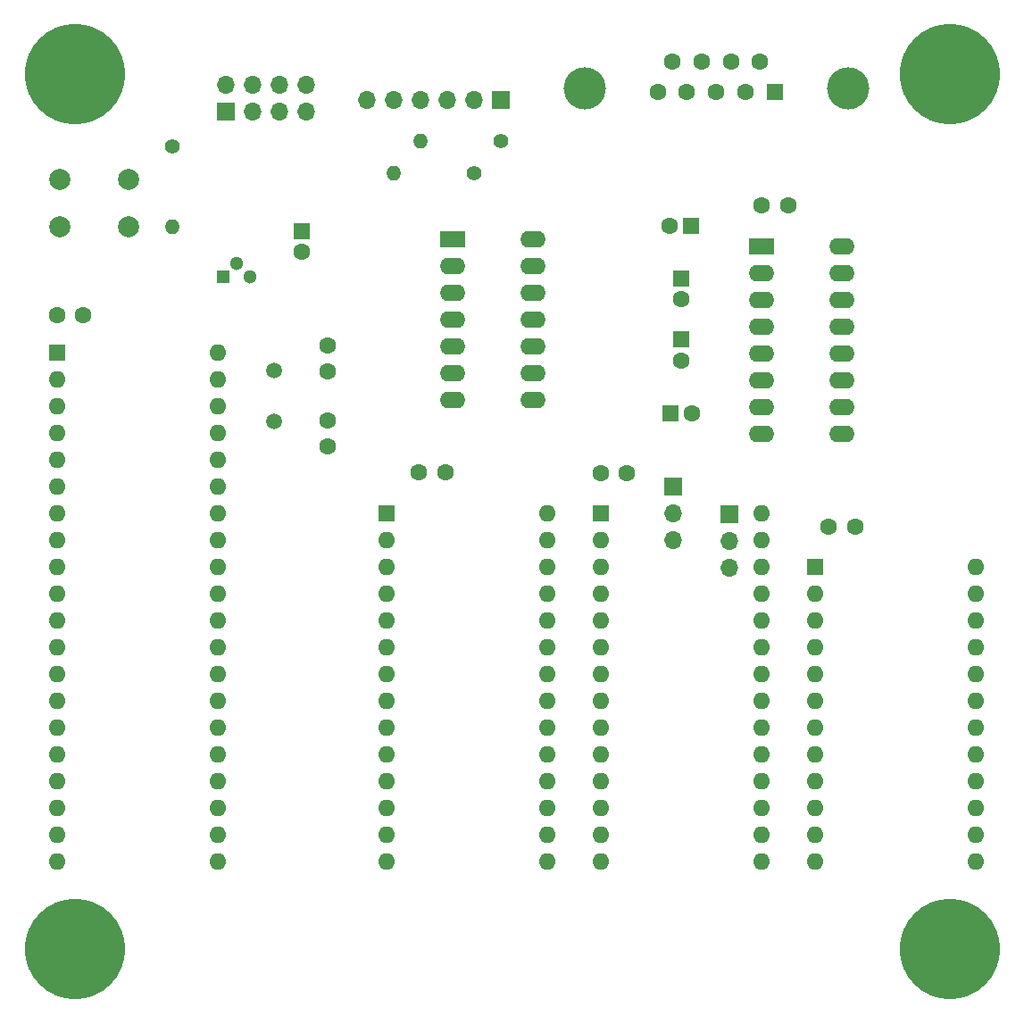
<source format=gts>
G04 #@! TF.GenerationSoftware,KiCad,Pcbnew,(6.0.1)*
G04 #@! TF.CreationDate,2022-09-15T17:42:49-04:00*
G04 #@! TF.ProjectId,SIMPLE-6809,53494d50-4c45-42d3-9638-30392e6b6963,1*
G04 #@! TF.SameCoordinates,Original*
G04 #@! TF.FileFunction,Soldermask,Top*
G04 #@! TF.FilePolarity,Negative*
%FSLAX46Y46*%
G04 Gerber Fmt 4.6, Leading zero omitted, Abs format (unit mm)*
G04 Created by KiCad (PCBNEW (6.0.1)) date 2022-09-15 17:42:49*
%MOMM*%
%LPD*%
G01*
G04 APERTURE LIST*
%ADD10C,4.000000*%
%ADD11R,1.600000X1.600000*%
%ADD12C,1.600000*%
%ADD13R,2.400000X1.600000*%
%ADD14O,2.400000X1.600000*%
%ADD15R,1.300000X1.300000*%
%ADD16C,1.300000*%
%ADD17C,1.400000*%
%ADD18O,1.400000X1.400000*%
%ADD19C,9.525000*%
%ADD20O,1.600000X1.600000*%
%ADD21R,1.700000X1.700000*%
%ADD22O,1.700000X1.700000*%
%ADD23C,2.000000*%
%ADD24C,1.500000*%
G04 APERTURE END LIST*
D10*
X143141000Y-51716000D03*
X168141000Y-51716000D03*
D11*
X161181000Y-52016000D03*
D12*
X158411000Y-52016000D03*
X155641000Y-52016000D03*
X152871000Y-52016000D03*
X150101000Y-52016000D03*
X159796000Y-49176000D03*
X157026000Y-49176000D03*
X154256000Y-49176000D03*
X151486000Y-49176000D03*
D13*
X159916000Y-66641000D03*
D14*
X159916000Y-69181000D03*
X159916000Y-71721000D03*
X159916000Y-74261000D03*
X159916000Y-76801000D03*
X159916000Y-79341000D03*
X159916000Y-81881000D03*
X159916000Y-84421000D03*
X167536000Y-84421000D03*
X167536000Y-81881000D03*
X167536000Y-79341000D03*
X167536000Y-76801000D03*
X167536000Y-74261000D03*
X167536000Y-71721000D03*
X167536000Y-69181000D03*
X167536000Y-66641000D03*
D15*
X108862000Y-69526000D03*
D16*
X110132000Y-68256000D03*
X111402000Y-69526000D03*
D12*
X129944000Y-88089000D03*
X127444000Y-88089000D03*
D17*
X104036000Y-57228000D03*
D18*
X104036000Y-64848000D03*
D12*
X95634000Y-73230000D03*
X93134000Y-73230000D03*
D19*
X94800000Y-50350000D03*
D12*
X118768000Y-83156000D03*
X118768000Y-85656000D03*
D11*
X93109000Y-76791000D03*
D20*
X93109000Y-79331000D03*
X93109000Y-81871000D03*
X93109000Y-84411000D03*
X93109000Y-86951000D03*
X93109000Y-89491000D03*
X93109000Y-92031000D03*
X93109000Y-94571000D03*
X93109000Y-97111000D03*
X93109000Y-99651000D03*
X93109000Y-102191000D03*
X93109000Y-104731000D03*
X93109000Y-107271000D03*
X93109000Y-109811000D03*
X93109000Y-112351000D03*
X93109000Y-114891000D03*
X93109000Y-117431000D03*
X93109000Y-119971000D03*
X93109000Y-122511000D03*
X93109000Y-125051000D03*
X108349000Y-125051000D03*
X108349000Y-122511000D03*
X108349000Y-119971000D03*
X108349000Y-117431000D03*
X108349000Y-114891000D03*
X108349000Y-112351000D03*
X108349000Y-109811000D03*
X108349000Y-107271000D03*
X108349000Y-104731000D03*
X108349000Y-102191000D03*
X108349000Y-99651000D03*
X108349000Y-97111000D03*
X108349000Y-94571000D03*
X108349000Y-92031000D03*
X108349000Y-89491000D03*
X108349000Y-86951000D03*
X108349000Y-84411000D03*
X108349000Y-81871000D03*
X108349000Y-79331000D03*
X108349000Y-76791000D03*
D21*
X109126000Y-53931000D03*
D22*
X109126000Y-51391000D03*
X111666000Y-53931000D03*
X111666000Y-51391000D03*
X114206000Y-53931000D03*
X114206000Y-51391000D03*
X116746000Y-53931000D03*
X116746000Y-51391000D03*
D12*
X147176000Y-88216000D03*
X144676000Y-88216000D03*
D11*
X124351000Y-92036000D03*
D20*
X124351000Y-94576000D03*
X124351000Y-97116000D03*
X124351000Y-99656000D03*
X124351000Y-102196000D03*
X124351000Y-104736000D03*
X124351000Y-107276000D03*
X124351000Y-109816000D03*
X124351000Y-112356000D03*
X124351000Y-114896000D03*
X124351000Y-117436000D03*
X124351000Y-119976000D03*
X124351000Y-122516000D03*
X124351000Y-125056000D03*
X139591000Y-125056000D03*
X139591000Y-122516000D03*
X139591000Y-119976000D03*
X139591000Y-117436000D03*
X139591000Y-114896000D03*
X139591000Y-112356000D03*
X139591000Y-109816000D03*
X139591000Y-107276000D03*
X139591000Y-104736000D03*
X139591000Y-102196000D03*
X139591000Y-99656000D03*
X139591000Y-97116000D03*
X139591000Y-94576000D03*
X139591000Y-92036000D03*
D11*
X152296000Y-69706000D03*
D12*
X152296000Y-71706000D03*
X118768000Y-78544000D03*
X118768000Y-76044000D03*
D11*
X164996000Y-97101000D03*
D20*
X164996000Y-99641000D03*
X164996000Y-102181000D03*
X164996000Y-104721000D03*
X164996000Y-107261000D03*
X164996000Y-109801000D03*
X164996000Y-112341000D03*
X164996000Y-114881000D03*
X164996000Y-117421000D03*
X164996000Y-119961000D03*
X164996000Y-122501000D03*
X164996000Y-125041000D03*
X180236000Y-125041000D03*
X180236000Y-122501000D03*
X180236000Y-119961000D03*
X180236000Y-117421000D03*
X180236000Y-114881000D03*
X180236000Y-112341000D03*
X180236000Y-109801000D03*
X180236000Y-107261000D03*
X180236000Y-104721000D03*
X180236000Y-102181000D03*
X180236000Y-99641000D03*
X180236000Y-97101000D03*
D11*
X152296000Y-75516000D03*
D12*
X152296000Y-77516000D03*
X162456000Y-62816000D03*
X159956000Y-62816000D03*
D19*
X94800000Y-133350000D03*
D21*
X135246000Y-52776000D03*
D22*
X132706000Y-52776000D03*
X130166000Y-52776000D03*
X127626000Y-52776000D03*
X125086000Y-52776000D03*
X122546000Y-52776000D03*
D11*
X144671000Y-92036000D03*
D20*
X144671000Y-94576000D03*
X144671000Y-97116000D03*
X144671000Y-99656000D03*
X144671000Y-102196000D03*
X144671000Y-104736000D03*
X144671000Y-107276000D03*
X144671000Y-109816000D03*
X144671000Y-112356000D03*
X144671000Y-114896000D03*
X144671000Y-117436000D03*
X144671000Y-119976000D03*
X144671000Y-122516000D03*
X144671000Y-125056000D03*
X159911000Y-125056000D03*
X159911000Y-122516000D03*
X159911000Y-119976000D03*
X159911000Y-117436000D03*
X159911000Y-114896000D03*
X159911000Y-112356000D03*
X159911000Y-109816000D03*
X159911000Y-107276000D03*
X159911000Y-104736000D03*
X159911000Y-102196000D03*
X159911000Y-99656000D03*
X159911000Y-97116000D03*
X159911000Y-94576000D03*
X159911000Y-92036000D03*
D23*
X93420000Y-60312000D03*
X99920000Y-60312000D03*
X93420000Y-64812000D03*
X99920000Y-64812000D03*
D13*
X130691000Y-65986000D03*
D14*
X130691000Y-68526000D03*
X130691000Y-71066000D03*
X130691000Y-73606000D03*
X130691000Y-76146000D03*
X130691000Y-78686000D03*
X130691000Y-81226000D03*
X138311000Y-81226000D03*
X138311000Y-78686000D03*
X138311000Y-76146000D03*
X138311000Y-73606000D03*
X138311000Y-71066000D03*
X138311000Y-68526000D03*
X138311000Y-65986000D03*
D19*
X177800000Y-50350000D03*
D17*
X135255000Y-56720000D03*
D18*
X127635000Y-56720000D03*
D21*
X156868000Y-92041000D03*
D22*
X156868000Y-94581000D03*
X156868000Y-97121000D03*
D19*
X177800000Y-133350000D03*
D11*
X116355000Y-65229000D03*
D12*
X116355000Y-67229000D03*
D11*
X151340888Y-82501000D03*
D12*
X153340888Y-82501000D03*
D21*
X151534000Y-89486000D03*
D22*
X151534000Y-92026000D03*
X151534000Y-94566000D03*
D17*
X132715000Y-59768000D03*
D18*
X125095000Y-59768000D03*
D24*
X113688000Y-83300000D03*
X113688000Y-78420000D03*
D12*
X168801000Y-93236000D03*
X166301000Y-93236000D03*
D11*
X153251113Y-64721000D03*
D12*
X151251113Y-64721000D03*
M02*

</source>
